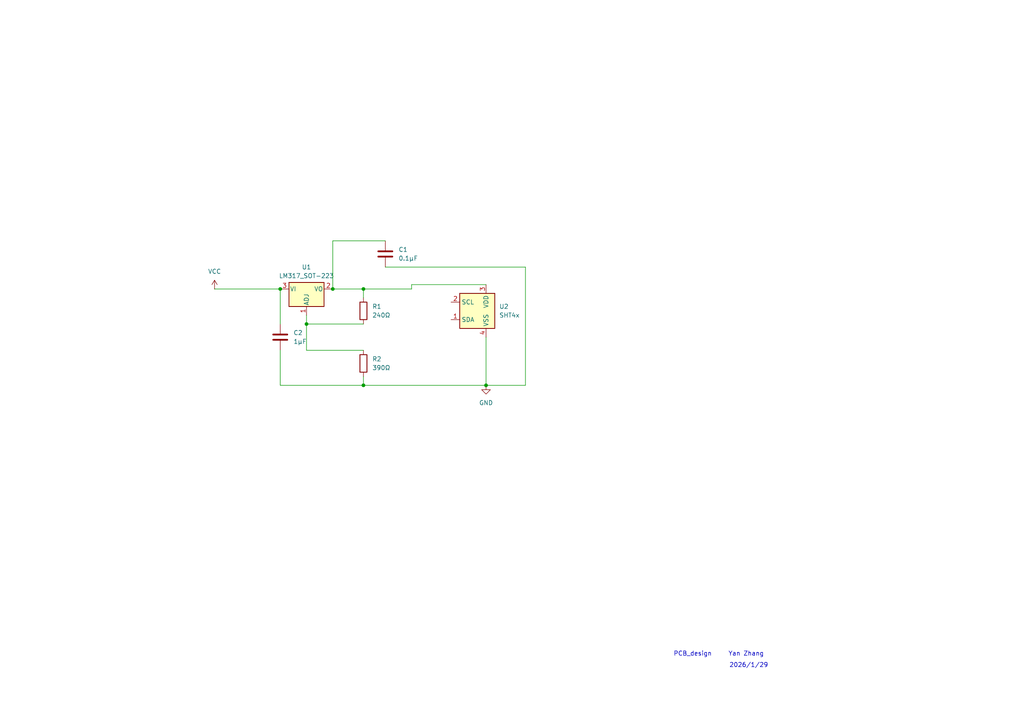
<source format=kicad_sch>
(kicad_sch (version 20250114) (generator "eeschema") (generator_version "9.0")
  (paper "A4")
  (lib_symbols
    (symbol "Device:C" (pin_numbers (hide yes)) (pin_names (offset 0.254))
      (property "Reference" "C" (at 0.635 2.54 0))
      (property "Value" "C" (at 0.635 -2.54 0))
      (symbol "C_0_1"
        (polyline (pts (xy -2.032 0.762) (xy 2.032 0.762)) (stroke (width 0.508)))
        (polyline (pts (xy -2.032 -0.762) (xy 2.032 -0.762)) (stroke (width 0.508)))
      )
      (symbol "C_1_1"
        (pin passive line (at 0 3.81 270) (length 2.794) (name "~") (number "1"))
        (pin passive line (at 0 -3.81 90) (length 2.794) (name "~") (number "2"))
      )
    )
    (symbol "Device:R" (pin_numbers (hide yes)) (pin_names (offset 0))
      (property "Reference" "R" (at 2.032 0 90))
      (property "Value" "R" (at 0 0 90))
      (symbol "R_0_1"
        (rectangle (start -1.016 -2.54) (end 1.016 2.54) (stroke (width 0.254)))
      )
      (symbol "R_1_1"
        (pin passive line (at 0 3.81 270) (length 1.27) (name "~") (number "1"))
        (pin passive line (at 0 -3.81 90) (length 1.27) (name "~") (number "2"))
      )
    )
    (symbol "Regulator_Linear:LM317_SOT-223" (pin_names (offset 0.254))
      (property "Reference" "U" (at -3.81 3.175 0))
      (property "Value" "LM317_SOT-223" (at 0 3.175 0))
      (symbol "LM317_SOT-223_0_1"
        (rectangle (start -5.08 1.905) (end 5.08 -5.08) (stroke (width 0.254)) (fill (type background)))
      )
      (symbol "LM317_SOT-223_1_1"
        (pin power_in line (at -7.62 0 0) (length 2.54) (name "VI") (number "3"))
        (pin input line (at 0 -7.62 90) (length 2.54) (name "ADJ") (number "1"))
        (pin power_out line (at 7.62 0 180) (length 2.54) (name "VO") (number "2"))
      )
    )
    (symbol "Sensor_Humidity:SHT4x"
      (property "Reference" "U" (at 0 8.89 0))
      (property "Value" "SHT4x" (at 0 6.35 0))
      (symbol "SHT4x_1_1"
        (rectangle (start -5.08 5.08) (end 5.08 -5.08) (stroke (width 0.254)) (fill (type background)))
        (pin input line (at -7.62 2.54 0) (length 2.54) (name "SCL") (number "2"))
        (pin bidirectional line (at -7.62 -2.54 0) (length 2.54) (name "SDA") (number "1"))
        (pin power_in line (at 2.54 7.62 270) (length 2.54) (name "VDD") (number "3"))
        (pin power_in line (at 2.54 -7.62 90) (length 2.54) (name "VSS") (number "4"))
      )
    )
    (symbol "power:GND" (power) (pin_numbers (hide yes)) (pin_names (offset 0) (hide yes))
      (property "Value" "GND" (at 0 -3.81 0))
      (symbol "GND_0_1"
        (polyline (pts (xy 0 0) (xy 0 -1.27) (xy 1.27 -1.27) (xy 0 -2.54) (xy -1.27 -1.27) (xy 0 -1.27)))
      )
      (symbol "GND_1_1"
        (pin power_in line (at 0 0 270) (length 0) (name "~") (number "1"))
      )
    )
    (symbol "power:VCC" (power) (pin_numbers (hide yes)) (pin_names (offset 0) (hide yes))
      (property "Value" "VCC" (at 0 3.556 0))
      (symbol "VCC_0_1"
        (polyline (pts (xy -0.762 1.27) (xy 0 2.54)))
        (polyline (pts (xy 0 2.54) (xy 0.762 1.27)))
        (polyline (pts (xy 0 0) (xy 0 2.54)))
      )
      (symbol "VCC_1_1"
        (pin power_in line (at 0 0 90) (length 0) (name "~") (number "1"))
      )
    )
  )
  (text "Yan Zhang" (at 216.408 189.738 0) (effects (font (size 1.27 1.27))))
  (text "PCB_design" (at 200.914 189.738 0) (effects (font (size 1.27 1.27))))
  (text "2026/1/29" (at 217.17 193.04 0) (effects (font (size 1.27 1.27))))
  (junction (at 105.41 111.76))
  (junction (at 96.52 83.82))
  (junction (at 88.9 93.98))
  (junction (at 105.41 83.82))
  (junction (at 140.97 111.76))
  (junction (at 81.28 83.82))
  (wire (pts (xy 88.9 93.98) (xy 88.9 101.6)))
  (wire (pts (xy 81.28 83.82) (xy 81.28 93.98)))
  (wire (pts (xy 140.97 97.79) (xy 140.97 111.76)))
  (wire (pts (xy 105.41 109.22) (xy 105.41 111.76)))
  (wire (pts (xy 119.38 83.82) (xy 105.41 83.82)))
  (wire (pts (xy 105.41 111.76) (xy 140.97 111.76)))
  (wire (pts (xy 140.97 82.55) (xy 119.38 82.55)))
  (wire (pts (xy 88.9 93.98) (xy 88.9 91.44)))
  (wire (pts (xy 62.23 83.82) (xy 81.28 83.82)))
  (wire (pts (xy 88.9 101.6) (xy 105.41 101.6)))
  (wire (pts (xy 81.28 101.6) (xy 81.28 111.76)))
  (wire (pts (xy 96.52 83.82) (xy 96.52 69.85)))
  (wire (pts (xy 96.52 83.82) (xy 105.41 83.82)))
  (wire (pts (xy 96.52 69.85) (xy 111.76 69.85)))
  (wire (pts (xy 152.4 77.47) (xy 152.4 111.76)))
  (wire (pts (xy 105.41 93.98) (xy 88.9 93.98)))
  (wire (pts (xy 152.4 111.76) (xy 140.97 111.76)))
  (wire (pts (xy 81.28 111.76) (xy 105.41 111.76)))
  (wire (pts (xy 111.76 77.47) (xy 152.4 77.47)))
  (wire (pts (xy 119.38 82.55) (xy 119.38 83.82)))
  (wire (pts (xy 105.41 83.82) (xy 105.41 86.36)))
  (symbol (lib_id "Device:C") (at 111.76 73.66 0) (unit 1)
    (property "Reference" "C1" (at 115.57 72.3899 0) (effects (justify left)))
    (property "Value" "0.1µF" (at 115.57 74.9299 0) (effects (justify left)))
    (property "Footprint" "Capacitor_SMD:C_0402_1005Metric" (effects (hide yes)))
    (property "Description" "Unpolarized capacitor" (effects (hide yes)))
  )
  (symbol (lib_id "power:GND") (at 140.97 111.76 0) (unit 1)
    (property "Reference" "#PWR02" (effects (hide yes)))
    (property "Value" "GND" (at 140.97 116.84 0))
    (property "Description" "Power symbol creates a global label with name \"GND\" , ground" (effects (hide yes)))
  )
  (symbol (lib_id "Device:R") (at 105.41 105.41 0) (unit 1)
    (property "Reference" "R2" (at 107.95 104.1399 0) (effects (justify left)))
    (property "Value" "390Ω" (at 107.95 106.6799 0) (effects (justify left)))
    (property "Footprint" "Resistor_SMD:R_0402_1005Metric" (effects (hide yes)))
    (property "Description" "Resistor" (effects (hide yes)))
  )
  (symbol (lib_id "Device:R") (at 105.41 90.17 0) (unit 1)
    (property "Reference" "R1" (at 107.95 88.8999 0) (effects (justify left)))
    (property "Value" "240Ω" (at 107.95 91.4399 0) (effects (justify left)))
    (property "Footprint" "Resistor_SMD:R_0402_1005Metric" (effects (hide yes)))
    (property "Description" "Resistor" (effects (hide yes)))
  )
  (symbol (lib_id "Device:C") (at 81.28 97.79 0) (unit 1)
    (property "Reference" "C2" (at 85.09 96.5199 0) (effects (justify left)))
    (property "Value" "1µF" (at 85.09 99.0599 0) (effects (justify left)))
    (property "Footprint" "Capacitor_SMD:C_0402_1005Metric" (effects (hide yes)))
    (property "Description" "Unpolarized capacitor" (effects (hide yes)))
  )
  (symbol (lib_id "Sensor_Humidity:SHT4x") (at 138.43 90.17 0) (unit 1)
    (property "Reference" "U2" (at 144.78 88.8999 0) (effects (justify left)))
    (property "Value" "SHT4x" (at 144.78 91.4399 0) (effects (justify left)))
    (property "Footprint" "Sensor_Humidity:Sensirion_DFN-4_1.5x1.5mm_P0.8mm_SHT4x_NoCentralPad" (effects (hide yes)))
    (property "Datasheet" "https://sensirion.com/media/documents/33FD6951/624C4357/Datasheet_SHT4x.pdf" (effects (hide yes)))
    (property "Description" "Digital Humidity and Temperature Sensor, ±1%RH, ±0.1°C, I2C, 1.08-3.6V, 16bit, DFN-4" (effects (hide yes)))
  )
  (symbol (lib_id "Regulator_Linear:LM317_SOT-223") (at 88.9 83.82 0) (unit 1)
    (property "Reference" "U1" (at 88.9 77.47 0))
    (property "Value" "LM317_SOT-223" (at 88.9 80.01 0))
    (property "Footprint" "Package_TO_SOT_SMD:SOT-223-3_TabPin2" (effects (hide yes)))
    (property "Datasheet" "http://www.ti.com/lit/ds/symlink/lm317.pdf" (effects (hide yes)))
    (property "Description" "1.5A 35V Adjustable Linear Regulator, SOT-223" (effects (hide yes)))
  )
  (symbol (lib_id "power:VCC") (at 62.23 83.82 0) (unit 1)
    (property "Reference" "#PWR01" (effects (hide yes)))
    (property "Value" "VCC" (at 62.23 78.74 0))
    (property "Description" "Power symbol creates a global label with name \"VCC\"" (effects (hide yes)))
  )
)
</source>
